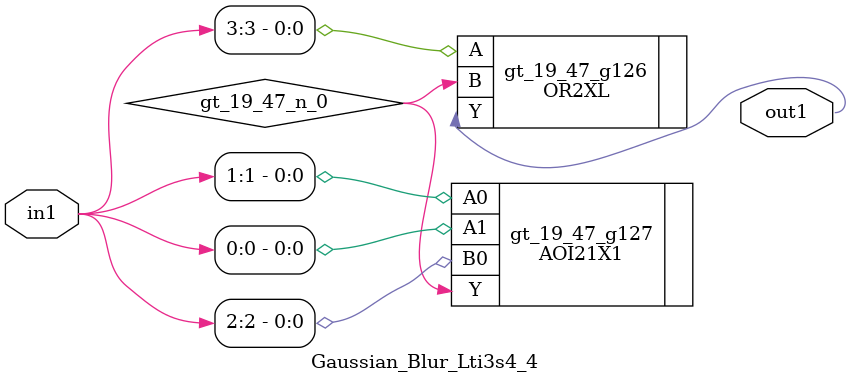
<source format=v>
`timescale 1ps / 1ps


module Gaussian_Blur_Lti3s4_4(in1, out1);
  input [3:0] in1;
  output out1;
  wire [3:0] in1;
  wire out1;
  wire gt_19_47_n_0;
  OR2XL gt_19_47_g126(.A (in1[3]), .B (gt_19_47_n_0), .Y (out1));
  AOI21X1 gt_19_47_g127(.A0 (in1[1]), .A1 (in1[0]), .B0 (in1[2]), .Y
       (gt_19_47_n_0));
endmodule


</source>
